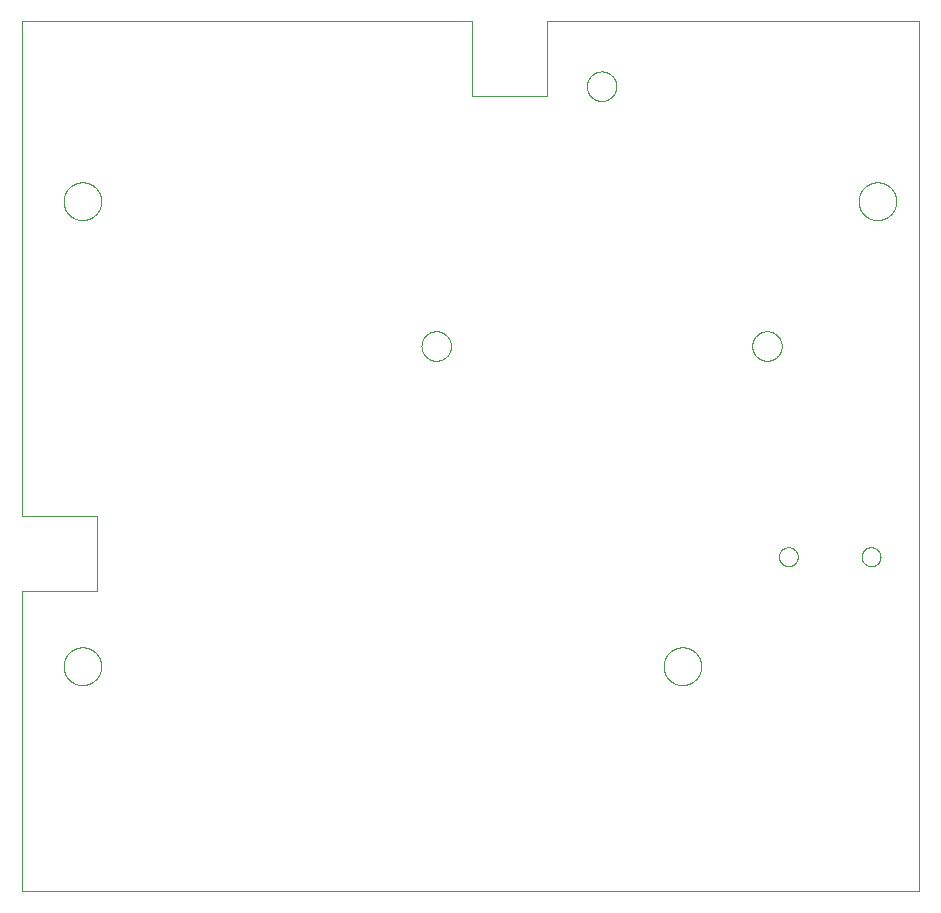
<source format=gko>
G75*
%MOIN*%
%OFA0B0*%
%FSLAX25Y25*%
%IPPOS*%
%LPD*%
%AMOC8*
5,1,8,0,0,1.08239X$1,22.5*
%
%ADD10C,0.00000*%
D10*
X0158838Y0094933D02*
X0158838Y0194933D01*
X0183838Y0194933D01*
X0183838Y0219933D01*
X0158838Y0219933D01*
X0158838Y0384933D01*
X0308838Y0384933D01*
X0308838Y0359933D01*
X0333838Y0359933D01*
X0333838Y0384933D01*
X0457538Y0384933D01*
X0457538Y0094933D01*
X0158838Y0094933D01*
X0172539Y0169933D02*
X0172541Y0170091D01*
X0172547Y0170249D01*
X0172557Y0170407D01*
X0172571Y0170565D01*
X0172589Y0170722D01*
X0172610Y0170879D01*
X0172636Y0171035D01*
X0172666Y0171191D01*
X0172699Y0171346D01*
X0172737Y0171499D01*
X0172778Y0171652D01*
X0172823Y0171804D01*
X0172872Y0171955D01*
X0172925Y0172104D01*
X0172981Y0172252D01*
X0173041Y0172398D01*
X0173105Y0172543D01*
X0173173Y0172686D01*
X0173244Y0172828D01*
X0173318Y0172968D01*
X0173396Y0173105D01*
X0173478Y0173241D01*
X0173562Y0173375D01*
X0173651Y0173506D01*
X0173742Y0173635D01*
X0173837Y0173762D01*
X0173934Y0173887D01*
X0174035Y0174009D01*
X0174139Y0174128D01*
X0174246Y0174245D01*
X0174356Y0174359D01*
X0174469Y0174470D01*
X0174584Y0174579D01*
X0174702Y0174684D01*
X0174823Y0174786D01*
X0174946Y0174886D01*
X0175072Y0174982D01*
X0175200Y0175075D01*
X0175330Y0175165D01*
X0175463Y0175251D01*
X0175598Y0175335D01*
X0175734Y0175414D01*
X0175873Y0175491D01*
X0176014Y0175563D01*
X0176156Y0175633D01*
X0176300Y0175698D01*
X0176446Y0175760D01*
X0176593Y0175818D01*
X0176742Y0175873D01*
X0176892Y0175924D01*
X0177043Y0175971D01*
X0177195Y0176014D01*
X0177348Y0176053D01*
X0177503Y0176089D01*
X0177658Y0176120D01*
X0177814Y0176148D01*
X0177970Y0176172D01*
X0178127Y0176192D01*
X0178285Y0176208D01*
X0178442Y0176220D01*
X0178601Y0176228D01*
X0178759Y0176232D01*
X0178917Y0176232D01*
X0179075Y0176228D01*
X0179234Y0176220D01*
X0179391Y0176208D01*
X0179549Y0176192D01*
X0179706Y0176172D01*
X0179862Y0176148D01*
X0180018Y0176120D01*
X0180173Y0176089D01*
X0180328Y0176053D01*
X0180481Y0176014D01*
X0180633Y0175971D01*
X0180784Y0175924D01*
X0180934Y0175873D01*
X0181083Y0175818D01*
X0181230Y0175760D01*
X0181376Y0175698D01*
X0181520Y0175633D01*
X0181662Y0175563D01*
X0181803Y0175491D01*
X0181942Y0175414D01*
X0182078Y0175335D01*
X0182213Y0175251D01*
X0182346Y0175165D01*
X0182476Y0175075D01*
X0182604Y0174982D01*
X0182730Y0174886D01*
X0182853Y0174786D01*
X0182974Y0174684D01*
X0183092Y0174579D01*
X0183207Y0174470D01*
X0183320Y0174359D01*
X0183430Y0174245D01*
X0183537Y0174128D01*
X0183641Y0174009D01*
X0183742Y0173887D01*
X0183839Y0173762D01*
X0183934Y0173635D01*
X0184025Y0173506D01*
X0184114Y0173375D01*
X0184198Y0173241D01*
X0184280Y0173105D01*
X0184358Y0172968D01*
X0184432Y0172828D01*
X0184503Y0172686D01*
X0184571Y0172543D01*
X0184635Y0172398D01*
X0184695Y0172252D01*
X0184751Y0172104D01*
X0184804Y0171955D01*
X0184853Y0171804D01*
X0184898Y0171652D01*
X0184939Y0171499D01*
X0184977Y0171346D01*
X0185010Y0171191D01*
X0185040Y0171035D01*
X0185066Y0170879D01*
X0185087Y0170722D01*
X0185105Y0170565D01*
X0185119Y0170407D01*
X0185129Y0170249D01*
X0185135Y0170091D01*
X0185137Y0169933D01*
X0185135Y0169775D01*
X0185129Y0169617D01*
X0185119Y0169459D01*
X0185105Y0169301D01*
X0185087Y0169144D01*
X0185066Y0168987D01*
X0185040Y0168831D01*
X0185010Y0168675D01*
X0184977Y0168520D01*
X0184939Y0168367D01*
X0184898Y0168214D01*
X0184853Y0168062D01*
X0184804Y0167911D01*
X0184751Y0167762D01*
X0184695Y0167614D01*
X0184635Y0167468D01*
X0184571Y0167323D01*
X0184503Y0167180D01*
X0184432Y0167038D01*
X0184358Y0166898D01*
X0184280Y0166761D01*
X0184198Y0166625D01*
X0184114Y0166491D01*
X0184025Y0166360D01*
X0183934Y0166231D01*
X0183839Y0166104D01*
X0183742Y0165979D01*
X0183641Y0165857D01*
X0183537Y0165738D01*
X0183430Y0165621D01*
X0183320Y0165507D01*
X0183207Y0165396D01*
X0183092Y0165287D01*
X0182974Y0165182D01*
X0182853Y0165080D01*
X0182730Y0164980D01*
X0182604Y0164884D01*
X0182476Y0164791D01*
X0182346Y0164701D01*
X0182213Y0164615D01*
X0182078Y0164531D01*
X0181942Y0164452D01*
X0181803Y0164375D01*
X0181662Y0164303D01*
X0181520Y0164233D01*
X0181376Y0164168D01*
X0181230Y0164106D01*
X0181083Y0164048D01*
X0180934Y0163993D01*
X0180784Y0163942D01*
X0180633Y0163895D01*
X0180481Y0163852D01*
X0180328Y0163813D01*
X0180173Y0163777D01*
X0180018Y0163746D01*
X0179862Y0163718D01*
X0179706Y0163694D01*
X0179549Y0163674D01*
X0179391Y0163658D01*
X0179234Y0163646D01*
X0179075Y0163638D01*
X0178917Y0163634D01*
X0178759Y0163634D01*
X0178601Y0163638D01*
X0178442Y0163646D01*
X0178285Y0163658D01*
X0178127Y0163674D01*
X0177970Y0163694D01*
X0177814Y0163718D01*
X0177658Y0163746D01*
X0177503Y0163777D01*
X0177348Y0163813D01*
X0177195Y0163852D01*
X0177043Y0163895D01*
X0176892Y0163942D01*
X0176742Y0163993D01*
X0176593Y0164048D01*
X0176446Y0164106D01*
X0176300Y0164168D01*
X0176156Y0164233D01*
X0176014Y0164303D01*
X0175873Y0164375D01*
X0175734Y0164452D01*
X0175598Y0164531D01*
X0175463Y0164615D01*
X0175330Y0164701D01*
X0175200Y0164791D01*
X0175072Y0164884D01*
X0174946Y0164980D01*
X0174823Y0165080D01*
X0174702Y0165182D01*
X0174584Y0165287D01*
X0174469Y0165396D01*
X0174356Y0165507D01*
X0174246Y0165621D01*
X0174139Y0165738D01*
X0174035Y0165857D01*
X0173934Y0165979D01*
X0173837Y0166104D01*
X0173742Y0166231D01*
X0173651Y0166360D01*
X0173562Y0166491D01*
X0173478Y0166625D01*
X0173396Y0166761D01*
X0173318Y0166898D01*
X0173244Y0167038D01*
X0173173Y0167180D01*
X0173105Y0167323D01*
X0173041Y0167468D01*
X0172981Y0167614D01*
X0172925Y0167762D01*
X0172872Y0167911D01*
X0172823Y0168062D01*
X0172778Y0168214D01*
X0172737Y0168367D01*
X0172699Y0168520D01*
X0172666Y0168675D01*
X0172636Y0168831D01*
X0172610Y0168987D01*
X0172589Y0169144D01*
X0172571Y0169301D01*
X0172557Y0169459D01*
X0172547Y0169617D01*
X0172541Y0169775D01*
X0172539Y0169933D01*
X0291861Y0276661D02*
X0291863Y0276801D01*
X0291869Y0276941D01*
X0291879Y0277080D01*
X0291893Y0277219D01*
X0291911Y0277358D01*
X0291932Y0277496D01*
X0291958Y0277634D01*
X0291988Y0277771D01*
X0292021Y0277906D01*
X0292059Y0278041D01*
X0292100Y0278175D01*
X0292145Y0278308D01*
X0292193Y0278439D01*
X0292246Y0278568D01*
X0292302Y0278697D01*
X0292361Y0278823D01*
X0292425Y0278948D01*
X0292491Y0279071D01*
X0292562Y0279192D01*
X0292635Y0279311D01*
X0292712Y0279428D01*
X0292793Y0279542D01*
X0292876Y0279654D01*
X0292963Y0279764D01*
X0293053Y0279872D01*
X0293145Y0279976D01*
X0293241Y0280078D01*
X0293340Y0280178D01*
X0293441Y0280274D01*
X0293545Y0280368D01*
X0293652Y0280458D01*
X0293761Y0280545D01*
X0293873Y0280630D01*
X0293987Y0280711D01*
X0294103Y0280789D01*
X0294221Y0280863D01*
X0294342Y0280934D01*
X0294464Y0281002D01*
X0294589Y0281066D01*
X0294715Y0281127D01*
X0294842Y0281184D01*
X0294972Y0281237D01*
X0295103Y0281287D01*
X0295235Y0281332D01*
X0295368Y0281375D01*
X0295503Y0281413D01*
X0295638Y0281447D01*
X0295775Y0281478D01*
X0295912Y0281505D01*
X0296050Y0281527D01*
X0296189Y0281546D01*
X0296328Y0281561D01*
X0296467Y0281572D01*
X0296607Y0281579D01*
X0296747Y0281582D01*
X0296887Y0281581D01*
X0297027Y0281576D01*
X0297166Y0281567D01*
X0297306Y0281554D01*
X0297445Y0281537D01*
X0297583Y0281516D01*
X0297721Y0281492D01*
X0297858Y0281463D01*
X0297994Y0281431D01*
X0298129Y0281394D01*
X0298263Y0281354D01*
X0298396Y0281310D01*
X0298527Y0281262D01*
X0298657Y0281211D01*
X0298786Y0281156D01*
X0298913Y0281097D01*
X0299038Y0281034D01*
X0299161Y0280969D01*
X0299283Y0280899D01*
X0299402Y0280826D01*
X0299520Y0280750D01*
X0299635Y0280671D01*
X0299748Y0280588D01*
X0299858Y0280502D01*
X0299966Y0280413D01*
X0300071Y0280321D01*
X0300174Y0280226D01*
X0300274Y0280128D01*
X0300371Y0280028D01*
X0300465Y0279924D01*
X0300557Y0279818D01*
X0300645Y0279710D01*
X0300730Y0279599D01*
X0300812Y0279485D01*
X0300891Y0279369D01*
X0300966Y0279252D01*
X0301038Y0279132D01*
X0301106Y0279010D01*
X0301171Y0278886D01*
X0301233Y0278760D01*
X0301291Y0278633D01*
X0301345Y0278504D01*
X0301396Y0278373D01*
X0301442Y0278241D01*
X0301485Y0278108D01*
X0301525Y0277974D01*
X0301560Y0277839D01*
X0301592Y0277702D01*
X0301619Y0277565D01*
X0301643Y0277427D01*
X0301663Y0277289D01*
X0301679Y0277150D01*
X0301691Y0277010D01*
X0301699Y0276871D01*
X0301703Y0276731D01*
X0301703Y0276591D01*
X0301699Y0276451D01*
X0301691Y0276312D01*
X0301679Y0276172D01*
X0301663Y0276033D01*
X0301643Y0275895D01*
X0301619Y0275757D01*
X0301592Y0275620D01*
X0301560Y0275483D01*
X0301525Y0275348D01*
X0301485Y0275214D01*
X0301442Y0275081D01*
X0301396Y0274949D01*
X0301345Y0274818D01*
X0301291Y0274689D01*
X0301233Y0274562D01*
X0301171Y0274436D01*
X0301106Y0274312D01*
X0301038Y0274190D01*
X0300966Y0274070D01*
X0300891Y0273953D01*
X0300812Y0273837D01*
X0300730Y0273723D01*
X0300645Y0273612D01*
X0300557Y0273504D01*
X0300465Y0273398D01*
X0300371Y0273294D01*
X0300274Y0273194D01*
X0300174Y0273096D01*
X0300071Y0273001D01*
X0299966Y0272909D01*
X0299858Y0272820D01*
X0299748Y0272734D01*
X0299635Y0272651D01*
X0299520Y0272572D01*
X0299402Y0272496D01*
X0299283Y0272423D01*
X0299161Y0272353D01*
X0299038Y0272288D01*
X0298913Y0272225D01*
X0298786Y0272166D01*
X0298657Y0272111D01*
X0298527Y0272060D01*
X0298396Y0272012D01*
X0298263Y0271968D01*
X0298129Y0271928D01*
X0297994Y0271891D01*
X0297858Y0271859D01*
X0297721Y0271830D01*
X0297583Y0271806D01*
X0297445Y0271785D01*
X0297306Y0271768D01*
X0297166Y0271755D01*
X0297027Y0271746D01*
X0296887Y0271741D01*
X0296747Y0271740D01*
X0296607Y0271743D01*
X0296467Y0271750D01*
X0296328Y0271761D01*
X0296189Y0271776D01*
X0296050Y0271795D01*
X0295912Y0271817D01*
X0295775Y0271844D01*
X0295638Y0271875D01*
X0295503Y0271909D01*
X0295368Y0271947D01*
X0295235Y0271990D01*
X0295103Y0272035D01*
X0294972Y0272085D01*
X0294842Y0272138D01*
X0294715Y0272195D01*
X0294589Y0272256D01*
X0294464Y0272320D01*
X0294342Y0272388D01*
X0294221Y0272459D01*
X0294103Y0272533D01*
X0293987Y0272611D01*
X0293873Y0272692D01*
X0293761Y0272777D01*
X0293652Y0272864D01*
X0293545Y0272954D01*
X0293441Y0273048D01*
X0293340Y0273144D01*
X0293241Y0273244D01*
X0293145Y0273346D01*
X0293053Y0273450D01*
X0292963Y0273558D01*
X0292876Y0273668D01*
X0292793Y0273780D01*
X0292712Y0273894D01*
X0292635Y0274011D01*
X0292562Y0274130D01*
X0292491Y0274251D01*
X0292425Y0274374D01*
X0292361Y0274499D01*
X0292302Y0274625D01*
X0292246Y0274754D01*
X0292193Y0274883D01*
X0292145Y0275014D01*
X0292100Y0275147D01*
X0292059Y0275281D01*
X0292021Y0275416D01*
X0291988Y0275551D01*
X0291958Y0275688D01*
X0291932Y0275826D01*
X0291911Y0275964D01*
X0291893Y0276103D01*
X0291879Y0276242D01*
X0291869Y0276381D01*
X0291863Y0276521D01*
X0291861Y0276661D01*
X0346980Y0363276D02*
X0346982Y0363416D01*
X0346988Y0363556D01*
X0346998Y0363695D01*
X0347012Y0363834D01*
X0347030Y0363973D01*
X0347051Y0364111D01*
X0347077Y0364249D01*
X0347107Y0364386D01*
X0347140Y0364521D01*
X0347178Y0364656D01*
X0347219Y0364790D01*
X0347264Y0364923D01*
X0347312Y0365054D01*
X0347365Y0365183D01*
X0347421Y0365312D01*
X0347480Y0365438D01*
X0347544Y0365563D01*
X0347610Y0365686D01*
X0347681Y0365807D01*
X0347754Y0365926D01*
X0347831Y0366043D01*
X0347912Y0366157D01*
X0347995Y0366269D01*
X0348082Y0366379D01*
X0348172Y0366487D01*
X0348264Y0366591D01*
X0348360Y0366693D01*
X0348459Y0366793D01*
X0348560Y0366889D01*
X0348664Y0366983D01*
X0348771Y0367073D01*
X0348880Y0367160D01*
X0348992Y0367245D01*
X0349106Y0367326D01*
X0349222Y0367404D01*
X0349340Y0367478D01*
X0349461Y0367549D01*
X0349583Y0367617D01*
X0349708Y0367681D01*
X0349834Y0367742D01*
X0349961Y0367799D01*
X0350091Y0367852D01*
X0350222Y0367902D01*
X0350354Y0367947D01*
X0350487Y0367990D01*
X0350622Y0368028D01*
X0350757Y0368062D01*
X0350894Y0368093D01*
X0351031Y0368120D01*
X0351169Y0368142D01*
X0351308Y0368161D01*
X0351447Y0368176D01*
X0351586Y0368187D01*
X0351726Y0368194D01*
X0351866Y0368197D01*
X0352006Y0368196D01*
X0352146Y0368191D01*
X0352285Y0368182D01*
X0352425Y0368169D01*
X0352564Y0368152D01*
X0352702Y0368131D01*
X0352840Y0368107D01*
X0352977Y0368078D01*
X0353113Y0368046D01*
X0353248Y0368009D01*
X0353382Y0367969D01*
X0353515Y0367925D01*
X0353646Y0367877D01*
X0353776Y0367826D01*
X0353905Y0367771D01*
X0354032Y0367712D01*
X0354157Y0367649D01*
X0354280Y0367584D01*
X0354402Y0367514D01*
X0354521Y0367441D01*
X0354639Y0367365D01*
X0354754Y0367286D01*
X0354867Y0367203D01*
X0354977Y0367117D01*
X0355085Y0367028D01*
X0355190Y0366936D01*
X0355293Y0366841D01*
X0355393Y0366743D01*
X0355490Y0366643D01*
X0355584Y0366539D01*
X0355676Y0366433D01*
X0355764Y0366325D01*
X0355849Y0366214D01*
X0355931Y0366100D01*
X0356010Y0365984D01*
X0356085Y0365867D01*
X0356157Y0365747D01*
X0356225Y0365625D01*
X0356290Y0365501D01*
X0356352Y0365375D01*
X0356410Y0365248D01*
X0356464Y0365119D01*
X0356515Y0364988D01*
X0356561Y0364856D01*
X0356604Y0364723D01*
X0356644Y0364589D01*
X0356679Y0364454D01*
X0356711Y0364317D01*
X0356738Y0364180D01*
X0356762Y0364042D01*
X0356782Y0363904D01*
X0356798Y0363765D01*
X0356810Y0363625D01*
X0356818Y0363486D01*
X0356822Y0363346D01*
X0356822Y0363206D01*
X0356818Y0363066D01*
X0356810Y0362927D01*
X0356798Y0362787D01*
X0356782Y0362648D01*
X0356762Y0362510D01*
X0356738Y0362372D01*
X0356711Y0362235D01*
X0356679Y0362098D01*
X0356644Y0361963D01*
X0356604Y0361829D01*
X0356561Y0361696D01*
X0356515Y0361564D01*
X0356464Y0361433D01*
X0356410Y0361304D01*
X0356352Y0361177D01*
X0356290Y0361051D01*
X0356225Y0360927D01*
X0356157Y0360805D01*
X0356085Y0360685D01*
X0356010Y0360568D01*
X0355931Y0360452D01*
X0355849Y0360338D01*
X0355764Y0360227D01*
X0355676Y0360119D01*
X0355584Y0360013D01*
X0355490Y0359909D01*
X0355393Y0359809D01*
X0355293Y0359711D01*
X0355190Y0359616D01*
X0355085Y0359524D01*
X0354977Y0359435D01*
X0354867Y0359349D01*
X0354754Y0359266D01*
X0354639Y0359187D01*
X0354521Y0359111D01*
X0354402Y0359038D01*
X0354280Y0358968D01*
X0354157Y0358903D01*
X0354032Y0358840D01*
X0353905Y0358781D01*
X0353776Y0358726D01*
X0353646Y0358675D01*
X0353515Y0358627D01*
X0353382Y0358583D01*
X0353248Y0358543D01*
X0353113Y0358506D01*
X0352977Y0358474D01*
X0352840Y0358445D01*
X0352702Y0358421D01*
X0352564Y0358400D01*
X0352425Y0358383D01*
X0352285Y0358370D01*
X0352146Y0358361D01*
X0352006Y0358356D01*
X0351866Y0358355D01*
X0351726Y0358358D01*
X0351586Y0358365D01*
X0351447Y0358376D01*
X0351308Y0358391D01*
X0351169Y0358410D01*
X0351031Y0358432D01*
X0350894Y0358459D01*
X0350757Y0358490D01*
X0350622Y0358524D01*
X0350487Y0358562D01*
X0350354Y0358605D01*
X0350222Y0358650D01*
X0350091Y0358700D01*
X0349961Y0358753D01*
X0349834Y0358810D01*
X0349708Y0358871D01*
X0349583Y0358935D01*
X0349461Y0359003D01*
X0349340Y0359074D01*
X0349222Y0359148D01*
X0349106Y0359226D01*
X0348992Y0359307D01*
X0348880Y0359392D01*
X0348771Y0359479D01*
X0348664Y0359569D01*
X0348560Y0359663D01*
X0348459Y0359759D01*
X0348360Y0359859D01*
X0348264Y0359961D01*
X0348172Y0360065D01*
X0348082Y0360173D01*
X0347995Y0360283D01*
X0347912Y0360395D01*
X0347831Y0360509D01*
X0347754Y0360626D01*
X0347681Y0360745D01*
X0347610Y0360866D01*
X0347544Y0360989D01*
X0347480Y0361114D01*
X0347421Y0361240D01*
X0347365Y0361369D01*
X0347312Y0361498D01*
X0347264Y0361629D01*
X0347219Y0361762D01*
X0347178Y0361896D01*
X0347140Y0362031D01*
X0347107Y0362166D01*
X0347077Y0362303D01*
X0347051Y0362441D01*
X0347030Y0362579D01*
X0347012Y0362718D01*
X0346998Y0362857D01*
X0346988Y0362996D01*
X0346982Y0363136D01*
X0346980Y0363276D01*
X0437539Y0324933D02*
X0437541Y0325091D01*
X0437547Y0325249D01*
X0437557Y0325407D01*
X0437571Y0325565D01*
X0437589Y0325722D01*
X0437610Y0325879D01*
X0437636Y0326035D01*
X0437666Y0326191D01*
X0437699Y0326346D01*
X0437737Y0326499D01*
X0437778Y0326652D01*
X0437823Y0326804D01*
X0437872Y0326955D01*
X0437925Y0327104D01*
X0437981Y0327252D01*
X0438041Y0327398D01*
X0438105Y0327543D01*
X0438173Y0327686D01*
X0438244Y0327828D01*
X0438318Y0327968D01*
X0438396Y0328105D01*
X0438478Y0328241D01*
X0438562Y0328375D01*
X0438651Y0328506D01*
X0438742Y0328635D01*
X0438837Y0328762D01*
X0438934Y0328887D01*
X0439035Y0329009D01*
X0439139Y0329128D01*
X0439246Y0329245D01*
X0439356Y0329359D01*
X0439469Y0329470D01*
X0439584Y0329579D01*
X0439702Y0329684D01*
X0439823Y0329786D01*
X0439946Y0329886D01*
X0440072Y0329982D01*
X0440200Y0330075D01*
X0440330Y0330165D01*
X0440463Y0330251D01*
X0440598Y0330335D01*
X0440734Y0330414D01*
X0440873Y0330491D01*
X0441014Y0330563D01*
X0441156Y0330633D01*
X0441300Y0330698D01*
X0441446Y0330760D01*
X0441593Y0330818D01*
X0441742Y0330873D01*
X0441892Y0330924D01*
X0442043Y0330971D01*
X0442195Y0331014D01*
X0442348Y0331053D01*
X0442503Y0331089D01*
X0442658Y0331120D01*
X0442814Y0331148D01*
X0442970Y0331172D01*
X0443127Y0331192D01*
X0443285Y0331208D01*
X0443442Y0331220D01*
X0443601Y0331228D01*
X0443759Y0331232D01*
X0443917Y0331232D01*
X0444075Y0331228D01*
X0444234Y0331220D01*
X0444391Y0331208D01*
X0444549Y0331192D01*
X0444706Y0331172D01*
X0444862Y0331148D01*
X0445018Y0331120D01*
X0445173Y0331089D01*
X0445328Y0331053D01*
X0445481Y0331014D01*
X0445633Y0330971D01*
X0445784Y0330924D01*
X0445934Y0330873D01*
X0446083Y0330818D01*
X0446230Y0330760D01*
X0446376Y0330698D01*
X0446520Y0330633D01*
X0446662Y0330563D01*
X0446803Y0330491D01*
X0446942Y0330414D01*
X0447078Y0330335D01*
X0447213Y0330251D01*
X0447346Y0330165D01*
X0447476Y0330075D01*
X0447604Y0329982D01*
X0447730Y0329886D01*
X0447853Y0329786D01*
X0447974Y0329684D01*
X0448092Y0329579D01*
X0448207Y0329470D01*
X0448320Y0329359D01*
X0448430Y0329245D01*
X0448537Y0329128D01*
X0448641Y0329009D01*
X0448742Y0328887D01*
X0448839Y0328762D01*
X0448934Y0328635D01*
X0449025Y0328506D01*
X0449114Y0328375D01*
X0449198Y0328241D01*
X0449280Y0328105D01*
X0449358Y0327968D01*
X0449432Y0327828D01*
X0449503Y0327686D01*
X0449571Y0327543D01*
X0449635Y0327398D01*
X0449695Y0327252D01*
X0449751Y0327104D01*
X0449804Y0326955D01*
X0449853Y0326804D01*
X0449898Y0326652D01*
X0449939Y0326499D01*
X0449977Y0326346D01*
X0450010Y0326191D01*
X0450040Y0326035D01*
X0450066Y0325879D01*
X0450087Y0325722D01*
X0450105Y0325565D01*
X0450119Y0325407D01*
X0450129Y0325249D01*
X0450135Y0325091D01*
X0450137Y0324933D01*
X0450135Y0324775D01*
X0450129Y0324617D01*
X0450119Y0324459D01*
X0450105Y0324301D01*
X0450087Y0324144D01*
X0450066Y0323987D01*
X0450040Y0323831D01*
X0450010Y0323675D01*
X0449977Y0323520D01*
X0449939Y0323367D01*
X0449898Y0323214D01*
X0449853Y0323062D01*
X0449804Y0322911D01*
X0449751Y0322762D01*
X0449695Y0322614D01*
X0449635Y0322468D01*
X0449571Y0322323D01*
X0449503Y0322180D01*
X0449432Y0322038D01*
X0449358Y0321898D01*
X0449280Y0321761D01*
X0449198Y0321625D01*
X0449114Y0321491D01*
X0449025Y0321360D01*
X0448934Y0321231D01*
X0448839Y0321104D01*
X0448742Y0320979D01*
X0448641Y0320857D01*
X0448537Y0320738D01*
X0448430Y0320621D01*
X0448320Y0320507D01*
X0448207Y0320396D01*
X0448092Y0320287D01*
X0447974Y0320182D01*
X0447853Y0320080D01*
X0447730Y0319980D01*
X0447604Y0319884D01*
X0447476Y0319791D01*
X0447346Y0319701D01*
X0447213Y0319615D01*
X0447078Y0319531D01*
X0446942Y0319452D01*
X0446803Y0319375D01*
X0446662Y0319303D01*
X0446520Y0319233D01*
X0446376Y0319168D01*
X0446230Y0319106D01*
X0446083Y0319048D01*
X0445934Y0318993D01*
X0445784Y0318942D01*
X0445633Y0318895D01*
X0445481Y0318852D01*
X0445328Y0318813D01*
X0445173Y0318777D01*
X0445018Y0318746D01*
X0444862Y0318718D01*
X0444706Y0318694D01*
X0444549Y0318674D01*
X0444391Y0318658D01*
X0444234Y0318646D01*
X0444075Y0318638D01*
X0443917Y0318634D01*
X0443759Y0318634D01*
X0443601Y0318638D01*
X0443442Y0318646D01*
X0443285Y0318658D01*
X0443127Y0318674D01*
X0442970Y0318694D01*
X0442814Y0318718D01*
X0442658Y0318746D01*
X0442503Y0318777D01*
X0442348Y0318813D01*
X0442195Y0318852D01*
X0442043Y0318895D01*
X0441892Y0318942D01*
X0441742Y0318993D01*
X0441593Y0319048D01*
X0441446Y0319106D01*
X0441300Y0319168D01*
X0441156Y0319233D01*
X0441014Y0319303D01*
X0440873Y0319375D01*
X0440734Y0319452D01*
X0440598Y0319531D01*
X0440463Y0319615D01*
X0440330Y0319701D01*
X0440200Y0319791D01*
X0440072Y0319884D01*
X0439946Y0319980D01*
X0439823Y0320080D01*
X0439702Y0320182D01*
X0439584Y0320287D01*
X0439469Y0320396D01*
X0439356Y0320507D01*
X0439246Y0320621D01*
X0439139Y0320738D01*
X0439035Y0320857D01*
X0438934Y0320979D01*
X0438837Y0321104D01*
X0438742Y0321231D01*
X0438651Y0321360D01*
X0438562Y0321491D01*
X0438478Y0321625D01*
X0438396Y0321761D01*
X0438318Y0321898D01*
X0438244Y0322038D01*
X0438173Y0322180D01*
X0438105Y0322323D01*
X0438041Y0322468D01*
X0437981Y0322614D01*
X0437925Y0322762D01*
X0437872Y0322911D01*
X0437823Y0323062D01*
X0437778Y0323214D01*
X0437737Y0323367D01*
X0437699Y0323520D01*
X0437666Y0323675D01*
X0437636Y0323831D01*
X0437610Y0323987D01*
X0437589Y0324144D01*
X0437571Y0324301D01*
X0437557Y0324459D01*
X0437547Y0324617D01*
X0437541Y0324775D01*
X0437539Y0324933D01*
X0402098Y0276661D02*
X0402100Y0276801D01*
X0402106Y0276941D01*
X0402116Y0277080D01*
X0402130Y0277219D01*
X0402148Y0277358D01*
X0402169Y0277496D01*
X0402195Y0277634D01*
X0402225Y0277771D01*
X0402258Y0277906D01*
X0402296Y0278041D01*
X0402337Y0278175D01*
X0402382Y0278308D01*
X0402430Y0278439D01*
X0402483Y0278568D01*
X0402539Y0278697D01*
X0402598Y0278823D01*
X0402662Y0278948D01*
X0402728Y0279071D01*
X0402799Y0279192D01*
X0402872Y0279311D01*
X0402949Y0279428D01*
X0403030Y0279542D01*
X0403113Y0279654D01*
X0403200Y0279764D01*
X0403290Y0279872D01*
X0403382Y0279976D01*
X0403478Y0280078D01*
X0403577Y0280178D01*
X0403678Y0280274D01*
X0403782Y0280368D01*
X0403889Y0280458D01*
X0403998Y0280545D01*
X0404110Y0280630D01*
X0404224Y0280711D01*
X0404340Y0280789D01*
X0404458Y0280863D01*
X0404579Y0280934D01*
X0404701Y0281002D01*
X0404826Y0281066D01*
X0404952Y0281127D01*
X0405079Y0281184D01*
X0405209Y0281237D01*
X0405340Y0281287D01*
X0405472Y0281332D01*
X0405605Y0281375D01*
X0405740Y0281413D01*
X0405875Y0281447D01*
X0406012Y0281478D01*
X0406149Y0281505D01*
X0406287Y0281527D01*
X0406426Y0281546D01*
X0406565Y0281561D01*
X0406704Y0281572D01*
X0406844Y0281579D01*
X0406984Y0281582D01*
X0407124Y0281581D01*
X0407264Y0281576D01*
X0407403Y0281567D01*
X0407543Y0281554D01*
X0407682Y0281537D01*
X0407820Y0281516D01*
X0407958Y0281492D01*
X0408095Y0281463D01*
X0408231Y0281431D01*
X0408366Y0281394D01*
X0408500Y0281354D01*
X0408633Y0281310D01*
X0408764Y0281262D01*
X0408894Y0281211D01*
X0409023Y0281156D01*
X0409150Y0281097D01*
X0409275Y0281034D01*
X0409398Y0280969D01*
X0409520Y0280899D01*
X0409639Y0280826D01*
X0409757Y0280750D01*
X0409872Y0280671D01*
X0409985Y0280588D01*
X0410095Y0280502D01*
X0410203Y0280413D01*
X0410308Y0280321D01*
X0410411Y0280226D01*
X0410511Y0280128D01*
X0410608Y0280028D01*
X0410702Y0279924D01*
X0410794Y0279818D01*
X0410882Y0279710D01*
X0410967Y0279599D01*
X0411049Y0279485D01*
X0411128Y0279369D01*
X0411203Y0279252D01*
X0411275Y0279132D01*
X0411343Y0279010D01*
X0411408Y0278886D01*
X0411470Y0278760D01*
X0411528Y0278633D01*
X0411582Y0278504D01*
X0411633Y0278373D01*
X0411679Y0278241D01*
X0411722Y0278108D01*
X0411762Y0277974D01*
X0411797Y0277839D01*
X0411829Y0277702D01*
X0411856Y0277565D01*
X0411880Y0277427D01*
X0411900Y0277289D01*
X0411916Y0277150D01*
X0411928Y0277010D01*
X0411936Y0276871D01*
X0411940Y0276731D01*
X0411940Y0276591D01*
X0411936Y0276451D01*
X0411928Y0276312D01*
X0411916Y0276172D01*
X0411900Y0276033D01*
X0411880Y0275895D01*
X0411856Y0275757D01*
X0411829Y0275620D01*
X0411797Y0275483D01*
X0411762Y0275348D01*
X0411722Y0275214D01*
X0411679Y0275081D01*
X0411633Y0274949D01*
X0411582Y0274818D01*
X0411528Y0274689D01*
X0411470Y0274562D01*
X0411408Y0274436D01*
X0411343Y0274312D01*
X0411275Y0274190D01*
X0411203Y0274070D01*
X0411128Y0273953D01*
X0411049Y0273837D01*
X0410967Y0273723D01*
X0410882Y0273612D01*
X0410794Y0273504D01*
X0410702Y0273398D01*
X0410608Y0273294D01*
X0410511Y0273194D01*
X0410411Y0273096D01*
X0410308Y0273001D01*
X0410203Y0272909D01*
X0410095Y0272820D01*
X0409985Y0272734D01*
X0409872Y0272651D01*
X0409757Y0272572D01*
X0409639Y0272496D01*
X0409520Y0272423D01*
X0409398Y0272353D01*
X0409275Y0272288D01*
X0409150Y0272225D01*
X0409023Y0272166D01*
X0408894Y0272111D01*
X0408764Y0272060D01*
X0408633Y0272012D01*
X0408500Y0271968D01*
X0408366Y0271928D01*
X0408231Y0271891D01*
X0408095Y0271859D01*
X0407958Y0271830D01*
X0407820Y0271806D01*
X0407682Y0271785D01*
X0407543Y0271768D01*
X0407403Y0271755D01*
X0407264Y0271746D01*
X0407124Y0271741D01*
X0406984Y0271740D01*
X0406844Y0271743D01*
X0406704Y0271750D01*
X0406565Y0271761D01*
X0406426Y0271776D01*
X0406287Y0271795D01*
X0406149Y0271817D01*
X0406012Y0271844D01*
X0405875Y0271875D01*
X0405740Y0271909D01*
X0405605Y0271947D01*
X0405472Y0271990D01*
X0405340Y0272035D01*
X0405209Y0272085D01*
X0405079Y0272138D01*
X0404952Y0272195D01*
X0404826Y0272256D01*
X0404701Y0272320D01*
X0404579Y0272388D01*
X0404458Y0272459D01*
X0404340Y0272533D01*
X0404224Y0272611D01*
X0404110Y0272692D01*
X0403998Y0272777D01*
X0403889Y0272864D01*
X0403782Y0272954D01*
X0403678Y0273048D01*
X0403577Y0273144D01*
X0403478Y0273244D01*
X0403382Y0273346D01*
X0403290Y0273450D01*
X0403200Y0273558D01*
X0403113Y0273668D01*
X0403030Y0273780D01*
X0402949Y0273894D01*
X0402872Y0274011D01*
X0402799Y0274130D01*
X0402728Y0274251D01*
X0402662Y0274374D01*
X0402598Y0274499D01*
X0402539Y0274625D01*
X0402483Y0274754D01*
X0402430Y0274883D01*
X0402382Y0275014D01*
X0402337Y0275147D01*
X0402296Y0275281D01*
X0402258Y0275416D01*
X0402225Y0275551D01*
X0402195Y0275688D01*
X0402169Y0275826D01*
X0402148Y0275964D01*
X0402130Y0276103D01*
X0402116Y0276242D01*
X0402106Y0276381D01*
X0402100Y0276521D01*
X0402098Y0276661D01*
X0411010Y0206433D02*
X0411012Y0206545D01*
X0411018Y0206656D01*
X0411028Y0206768D01*
X0411042Y0206879D01*
X0411059Y0206989D01*
X0411081Y0207099D01*
X0411107Y0207208D01*
X0411136Y0207316D01*
X0411169Y0207422D01*
X0411206Y0207528D01*
X0411247Y0207632D01*
X0411292Y0207735D01*
X0411340Y0207836D01*
X0411391Y0207935D01*
X0411446Y0208032D01*
X0411505Y0208127D01*
X0411566Y0208221D01*
X0411631Y0208312D01*
X0411700Y0208400D01*
X0411771Y0208486D01*
X0411845Y0208570D01*
X0411923Y0208650D01*
X0412003Y0208728D01*
X0412086Y0208804D01*
X0412171Y0208876D01*
X0412259Y0208945D01*
X0412349Y0209011D01*
X0412442Y0209073D01*
X0412537Y0209133D01*
X0412634Y0209189D01*
X0412732Y0209241D01*
X0412833Y0209290D01*
X0412935Y0209335D01*
X0413039Y0209377D01*
X0413144Y0209415D01*
X0413251Y0209449D01*
X0413358Y0209479D01*
X0413467Y0209506D01*
X0413576Y0209528D01*
X0413687Y0209547D01*
X0413797Y0209562D01*
X0413909Y0209573D01*
X0414020Y0209580D01*
X0414132Y0209583D01*
X0414244Y0209582D01*
X0414356Y0209577D01*
X0414467Y0209568D01*
X0414578Y0209555D01*
X0414689Y0209538D01*
X0414799Y0209518D01*
X0414908Y0209493D01*
X0415016Y0209465D01*
X0415123Y0209432D01*
X0415229Y0209396D01*
X0415333Y0209356D01*
X0415436Y0209313D01*
X0415538Y0209266D01*
X0415637Y0209215D01*
X0415735Y0209161D01*
X0415831Y0209103D01*
X0415925Y0209042D01*
X0416016Y0208978D01*
X0416105Y0208911D01*
X0416192Y0208840D01*
X0416276Y0208766D01*
X0416358Y0208690D01*
X0416436Y0208610D01*
X0416512Y0208528D01*
X0416585Y0208443D01*
X0416655Y0208356D01*
X0416721Y0208266D01*
X0416785Y0208174D01*
X0416845Y0208080D01*
X0416902Y0207984D01*
X0416955Y0207885D01*
X0417005Y0207785D01*
X0417051Y0207684D01*
X0417094Y0207580D01*
X0417133Y0207475D01*
X0417168Y0207369D01*
X0417199Y0207262D01*
X0417227Y0207153D01*
X0417250Y0207044D01*
X0417270Y0206934D01*
X0417286Y0206823D01*
X0417298Y0206712D01*
X0417306Y0206601D01*
X0417310Y0206489D01*
X0417310Y0206377D01*
X0417306Y0206265D01*
X0417298Y0206154D01*
X0417286Y0206043D01*
X0417270Y0205932D01*
X0417250Y0205822D01*
X0417227Y0205713D01*
X0417199Y0205604D01*
X0417168Y0205497D01*
X0417133Y0205391D01*
X0417094Y0205286D01*
X0417051Y0205182D01*
X0417005Y0205081D01*
X0416955Y0204981D01*
X0416902Y0204882D01*
X0416845Y0204786D01*
X0416785Y0204692D01*
X0416721Y0204600D01*
X0416655Y0204510D01*
X0416585Y0204423D01*
X0416512Y0204338D01*
X0416436Y0204256D01*
X0416358Y0204176D01*
X0416276Y0204100D01*
X0416192Y0204026D01*
X0416105Y0203955D01*
X0416016Y0203888D01*
X0415925Y0203824D01*
X0415831Y0203763D01*
X0415735Y0203705D01*
X0415637Y0203651D01*
X0415538Y0203600D01*
X0415436Y0203553D01*
X0415333Y0203510D01*
X0415229Y0203470D01*
X0415123Y0203434D01*
X0415016Y0203401D01*
X0414908Y0203373D01*
X0414799Y0203348D01*
X0414689Y0203328D01*
X0414578Y0203311D01*
X0414467Y0203298D01*
X0414356Y0203289D01*
X0414244Y0203284D01*
X0414132Y0203283D01*
X0414020Y0203286D01*
X0413909Y0203293D01*
X0413797Y0203304D01*
X0413687Y0203319D01*
X0413576Y0203338D01*
X0413467Y0203360D01*
X0413358Y0203387D01*
X0413251Y0203417D01*
X0413144Y0203451D01*
X0413039Y0203489D01*
X0412935Y0203531D01*
X0412833Y0203576D01*
X0412732Y0203625D01*
X0412634Y0203677D01*
X0412537Y0203733D01*
X0412442Y0203793D01*
X0412349Y0203855D01*
X0412259Y0203921D01*
X0412171Y0203990D01*
X0412086Y0204062D01*
X0412003Y0204138D01*
X0411923Y0204216D01*
X0411845Y0204296D01*
X0411771Y0204380D01*
X0411700Y0204466D01*
X0411631Y0204554D01*
X0411566Y0204645D01*
X0411505Y0204739D01*
X0411446Y0204834D01*
X0411391Y0204931D01*
X0411340Y0205030D01*
X0411292Y0205131D01*
X0411247Y0205234D01*
X0411206Y0205338D01*
X0411169Y0205444D01*
X0411136Y0205550D01*
X0411107Y0205658D01*
X0411081Y0205767D01*
X0411059Y0205877D01*
X0411042Y0205987D01*
X0411028Y0206098D01*
X0411018Y0206210D01*
X0411012Y0206321D01*
X0411010Y0206433D01*
X0438569Y0206433D02*
X0438571Y0206545D01*
X0438577Y0206656D01*
X0438587Y0206768D01*
X0438601Y0206879D01*
X0438618Y0206989D01*
X0438640Y0207099D01*
X0438666Y0207208D01*
X0438695Y0207316D01*
X0438728Y0207422D01*
X0438765Y0207528D01*
X0438806Y0207632D01*
X0438851Y0207735D01*
X0438899Y0207836D01*
X0438950Y0207935D01*
X0439005Y0208032D01*
X0439064Y0208127D01*
X0439125Y0208221D01*
X0439190Y0208312D01*
X0439259Y0208400D01*
X0439330Y0208486D01*
X0439404Y0208570D01*
X0439482Y0208650D01*
X0439562Y0208728D01*
X0439645Y0208804D01*
X0439730Y0208876D01*
X0439818Y0208945D01*
X0439908Y0209011D01*
X0440001Y0209073D01*
X0440096Y0209133D01*
X0440193Y0209189D01*
X0440291Y0209241D01*
X0440392Y0209290D01*
X0440494Y0209335D01*
X0440598Y0209377D01*
X0440703Y0209415D01*
X0440810Y0209449D01*
X0440917Y0209479D01*
X0441026Y0209506D01*
X0441135Y0209528D01*
X0441246Y0209547D01*
X0441356Y0209562D01*
X0441468Y0209573D01*
X0441579Y0209580D01*
X0441691Y0209583D01*
X0441803Y0209582D01*
X0441915Y0209577D01*
X0442026Y0209568D01*
X0442137Y0209555D01*
X0442248Y0209538D01*
X0442358Y0209518D01*
X0442467Y0209493D01*
X0442575Y0209465D01*
X0442682Y0209432D01*
X0442788Y0209396D01*
X0442892Y0209356D01*
X0442995Y0209313D01*
X0443097Y0209266D01*
X0443196Y0209215D01*
X0443294Y0209161D01*
X0443390Y0209103D01*
X0443484Y0209042D01*
X0443575Y0208978D01*
X0443664Y0208911D01*
X0443751Y0208840D01*
X0443835Y0208766D01*
X0443917Y0208690D01*
X0443995Y0208610D01*
X0444071Y0208528D01*
X0444144Y0208443D01*
X0444214Y0208356D01*
X0444280Y0208266D01*
X0444344Y0208174D01*
X0444404Y0208080D01*
X0444461Y0207984D01*
X0444514Y0207885D01*
X0444564Y0207785D01*
X0444610Y0207684D01*
X0444653Y0207580D01*
X0444692Y0207475D01*
X0444727Y0207369D01*
X0444758Y0207262D01*
X0444786Y0207153D01*
X0444809Y0207044D01*
X0444829Y0206934D01*
X0444845Y0206823D01*
X0444857Y0206712D01*
X0444865Y0206601D01*
X0444869Y0206489D01*
X0444869Y0206377D01*
X0444865Y0206265D01*
X0444857Y0206154D01*
X0444845Y0206043D01*
X0444829Y0205932D01*
X0444809Y0205822D01*
X0444786Y0205713D01*
X0444758Y0205604D01*
X0444727Y0205497D01*
X0444692Y0205391D01*
X0444653Y0205286D01*
X0444610Y0205182D01*
X0444564Y0205081D01*
X0444514Y0204981D01*
X0444461Y0204882D01*
X0444404Y0204786D01*
X0444344Y0204692D01*
X0444280Y0204600D01*
X0444214Y0204510D01*
X0444144Y0204423D01*
X0444071Y0204338D01*
X0443995Y0204256D01*
X0443917Y0204176D01*
X0443835Y0204100D01*
X0443751Y0204026D01*
X0443664Y0203955D01*
X0443575Y0203888D01*
X0443484Y0203824D01*
X0443390Y0203763D01*
X0443294Y0203705D01*
X0443196Y0203651D01*
X0443097Y0203600D01*
X0442995Y0203553D01*
X0442892Y0203510D01*
X0442788Y0203470D01*
X0442682Y0203434D01*
X0442575Y0203401D01*
X0442467Y0203373D01*
X0442358Y0203348D01*
X0442248Y0203328D01*
X0442137Y0203311D01*
X0442026Y0203298D01*
X0441915Y0203289D01*
X0441803Y0203284D01*
X0441691Y0203283D01*
X0441579Y0203286D01*
X0441468Y0203293D01*
X0441356Y0203304D01*
X0441246Y0203319D01*
X0441135Y0203338D01*
X0441026Y0203360D01*
X0440917Y0203387D01*
X0440810Y0203417D01*
X0440703Y0203451D01*
X0440598Y0203489D01*
X0440494Y0203531D01*
X0440392Y0203576D01*
X0440291Y0203625D01*
X0440193Y0203677D01*
X0440096Y0203733D01*
X0440001Y0203793D01*
X0439908Y0203855D01*
X0439818Y0203921D01*
X0439730Y0203990D01*
X0439645Y0204062D01*
X0439562Y0204138D01*
X0439482Y0204216D01*
X0439404Y0204296D01*
X0439330Y0204380D01*
X0439259Y0204466D01*
X0439190Y0204554D01*
X0439125Y0204645D01*
X0439064Y0204739D01*
X0439005Y0204834D01*
X0438950Y0204931D01*
X0438899Y0205030D01*
X0438851Y0205131D01*
X0438806Y0205234D01*
X0438765Y0205338D01*
X0438728Y0205444D01*
X0438695Y0205550D01*
X0438666Y0205658D01*
X0438640Y0205767D01*
X0438618Y0205877D01*
X0438601Y0205987D01*
X0438587Y0206098D01*
X0438577Y0206210D01*
X0438571Y0206321D01*
X0438569Y0206433D01*
X0372539Y0169933D02*
X0372541Y0170091D01*
X0372547Y0170249D01*
X0372557Y0170407D01*
X0372571Y0170565D01*
X0372589Y0170722D01*
X0372610Y0170879D01*
X0372636Y0171035D01*
X0372666Y0171191D01*
X0372699Y0171346D01*
X0372737Y0171499D01*
X0372778Y0171652D01*
X0372823Y0171804D01*
X0372872Y0171955D01*
X0372925Y0172104D01*
X0372981Y0172252D01*
X0373041Y0172398D01*
X0373105Y0172543D01*
X0373173Y0172686D01*
X0373244Y0172828D01*
X0373318Y0172968D01*
X0373396Y0173105D01*
X0373478Y0173241D01*
X0373562Y0173375D01*
X0373651Y0173506D01*
X0373742Y0173635D01*
X0373837Y0173762D01*
X0373934Y0173887D01*
X0374035Y0174009D01*
X0374139Y0174128D01*
X0374246Y0174245D01*
X0374356Y0174359D01*
X0374469Y0174470D01*
X0374584Y0174579D01*
X0374702Y0174684D01*
X0374823Y0174786D01*
X0374946Y0174886D01*
X0375072Y0174982D01*
X0375200Y0175075D01*
X0375330Y0175165D01*
X0375463Y0175251D01*
X0375598Y0175335D01*
X0375734Y0175414D01*
X0375873Y0175491D01*
X0376014Y0175563D01*
X0376156Y0175633D01*
X0376300Y0175698D01*
X0376446Y0175760D01*
X0376593Y0175818D01*
X0376742Y0175873D01*
X0376892Y0175924D01*
X0377043Y0175971D01*
X0377195Y0176014D01*
X0377348Y0176053D01*
X0377503Y0176089D01*
X0377658Y0176120D01*
X0377814Y0176148D01*
X0377970Y0176172D01*
X0378127Y0176192D01*
X0378285Y0176208D01*
X0378442Y0176220D01*
X0378601Y0176228D01*
X0378759Y0176232D01*
X0378917Y0176232D01*
X0379075Y0176228D01*
X0379234Y0176220D01*
X0379391Y0176208D01*
X0379549Y0176192D01*
X0379706Y0176172D01*
X0379862Y0176148D01*
X0380018Y0176120D01*
X0380173Y0176089D01*
X0380328Y0176053D01*
X0380481Y0176014D01*
X0380633Y0175971D01*
X0380784Y0175924D01*
X0380934Y0175873D01*
X0381083Y0175818D01*
X0381230Y0175760D01*
X0381376Y0175698D01*
X0381520Y0175633D01*
X0381662Y0175563D01*
X0381803Y0175491D01*
X0381942Y0175414D01*
X0382078Y0175335D01*
X0382213Y0175251D01*
X0382346Y0175165D01*
X0382476Y0175075D01*
X0382604Y0174982D01*
X0382730Y0174886D01*
X0382853Y0174786D01*
X0382974Y0174684D01*
X0383092Y0174579D01*
X0383207Y0174470D01*
X0383320Y0174359D01*
X0383430Y0174245D01*
X0383537Y0174128D01*
X0383641Y0174009D01*
X0383742Y0173887D01*
X0383839Y0173762D01*
X0383934Y0173635D01*
X0384025Y0173506D01*
X0384114Y0173375D01*
X0384198Y0173241D01*
X0384280Y0173105D01*
X0384358Y0172968D01*
X0384432Y0172828D01*
X0384503Y0172686D01*
X0384571Y0172543D01*
X0384635Y0172398D01*
X0384695Y0172252D01*
X0384751Y0172104D01*
X0384804Y0171955D01*
X0384853Y0171804D01*
X0384898Y0171652D01*
X0384939Y0171499D01*
X0384977Y0171346D01*
X0385010Y0171191D01*
X0385040Y0171035D01*
X0385066Y0170879D01*
X0385087Y0170722D01*
X0385105Y0170565D01*
X0385119Y0170407D01*
X0385129Y0170249D01*
X0385135Y0170091D01*
X0385137Y0169933D01*
X0385135Y0169775D01*
X0385129Y0169617D01*
X0385119Y0169459D01*
X0385105Y0169301D01*
X0385087Y0169144D01*
X0385066Y0168987D01*
X0385040Y0168831D01*
X0385010Y0168675D01*
X0384977Y0168520D01*
X0384939Y0168367D01*
X0384898Y0168214D01*
X0384853Y0168062D01*
X0384804Y0167911D01*
X0384751Y0167762D01*
X0384695Y0167614D01*
X0384635Y0167468D01*
X0384571Y0167323D01*
X0384503Y0167180D01*
X0384432Y0167038D01*
X0384358Y0166898D01*
X0384280Y0166761D01*
X0384198Y0166625D01*
X0384114Y0166491D01*
X0384025Y0166360D01*
X0383934Y0166231D01*
X0383839Y0166104D01*
X0383742Y0165979D01*
X0383641Y0165857D01*
X0383537Y0165738D01*
X0383430Y0165621D01*
X0383320Y0165507D01*
X0383207Y0165396D01*
X0383092Y0165287D01*
X0382974Y0165182D01*
X0382853Y0165080D01*
X0382730Y0164980D01*
X0382604Y0164884D01*
X0382476Y0164791D01*
X0382346Y0164701D01*
X0382213Y0164615D01*
X0382078Y0164531D01*
X0381942Y0164452D01*
X0381803Y0164375D01*
X0381662Y0164303D01*
X0381520Y0164233D01*
X0381376Y0164168D01*
X0381230Y0164106D01*
X0381083Y0164048D01*
X0380934Y0163993D01*
X0380784Y0163942D01*
X0380633Y0163895D01*
X0380481Y0163852D01*
X0380328Y0163813D01*
X0380173Y0163777D01*
X0380018Y0163746D01*
X0379862Y0163718D01*
X0379706Y0163694D01*
X0379549Y0163674D01*
X0379391Y0163658D01*
X0379234Y0163646D01*
X0379075Y0163638D01*
X0378917Y0163634D01*
X0378759Y0163634D01*
X0378601Y0163638D01*
X0378442Y0163646D01*
X0378285Y0163658D01*
X0378127Y0163674D01*
X0377970Y0163694D01*
X0377814Y0163718D01*
X0377658Y0163746D01*
X0377503Y0163777D01*
X0377348Y0163813D01*
X0377195Y0163852D01*
X0377043Y0163895D01*
X0376892Y0163942D01*
X0376742Y0163993D01*
X0376593Y0164048D01*
X0376446Y0164106D01*
X0376300Y0164168D01*
X0376156Y0164233D01*
X0376014Y0164303D01*
X0375873Y0164375D01*
X0375734Y0164452D01*
X0375598Y0164531D01*
X0375463Y0164615D01*
X0375330Y0164701D01*
X0375200Y0164791D01*
X0375072Y0164884D01*
X0374946Y0164980D01*
X0374823Y0165080D01*
X0374702Y0165182D01*
X0374584Y0165287D01*
X0374469Y0165396D01*
X0374356Y0165507D01*
X0374246Y0165621D01*
X0374139Y0165738D01*
X0374035Y0165857D01*
X0373934Y0165979D01*
X0373837Y0166104D01*
X0373742Y0166231D01*
X0373651Y0166360D01*
X0373562Y0166491D01*
X0373478Y0166625D01*
X0373396Y0166761D01*
X0373318Y0166898D01*
X0373244Y0167038D01*
X0373173Y0167180D01*
X0373105Y0167323D01*
X0373041Y0167468D01*
X0372981Y0167614D01*
X0372925Y0167762D01*
X0372872Y0167911D01*
X0372823Y0168062D01*
X0372778Y0168214D01*
X0372737Y0168367D01*
X0372699Y0168520D01*
X0372666Y0168675D01*
X0372636Y0168831D01*
X0372610Y0168987D01*
X0372589Y0169144D01*
X0372571Y0169301D01*
X0372557Y0169459D01*
X0372547Y0169617D01*
X0372541Y0169775D01*
X0372539Y0169933D01*
X0172539Y0324933D02*
X0172541Y0325091D01*
X0172547Y0325249D01*
X0172557Y0325407D01*
X0172571Y0325565D01*
X0172589Y0325722D01*
X0172610Y0325879D01*
X0172636Y0326035D01*
X0172666Y0326191D01*
X0172699Y0326346D01*
X0172737Y0326499D01*
X0172778Y0326652D01*
X0172823Y0326804D01*
X0172872Y0326955D01*
X0172925Y0327104D01*
X0172981Y0327252D01*
X0173041Y0327398D01*
X0173105Y0327543D01*
X0173173Y0327686D01*
X0173244Y0327828D01*
X0173318Y0327968D01*
X0173396Y0328105D01*
X0173478Y0328241D01*
X0173562Y0328375D01*
X0173651Y0328506D01*
X0173742Y0328635D01*
X0173837Y0328762D01*
X0173934Y0328887D01*
X0174035Y0329009D01*
X0174139Y0329128D01*
X0174246Y0329245D01*
X0174356Y0329359D01*
X0174469Y0329470D01*
X0174584Y0329579D01*
X0174702Y0329684D01*
X0174823Y0329786D01*
X0174946Y0329886D01*
X0175072Y0329982D01*
X0175200Y0330075D01*
X0175330Y0330165D01*
X0175463Y0330251D01*
X0175598Y0330335D01*
X0175734Y0330414D01*
X0175873Y0330491D01*
X0176014Y0330563D01*
X0176156Y0330633D01*
X0176300Y0330698D01*
X0176446Y0330760D01*
X0176593Y0330818D01*
X0176742Y0330873D01*
X0176892Y0330924D01*
X0177043Y0330971D01*
X0177195Y0331014D01*
X0177348Y0331053D01*
X0177503Y0331089D01*
X0177658Y0331120D01*
X0177814Y0331148D01*
X0177970Y0331172D01*
X0178127Y0331192D01*
X0178285Y0331208D01*
X0178442Y0331220D01*
X0178601Y0331228D01*
X0178759Y0331232D01*
X0178917Y0331232D01*
X0179075Y0331228D01*
X0179234Y0331220D01*
X0179391Y0331208D01*
X0179549Y0331192D01*
X0179706Y0331172D01*
X0179862Y0331148D01*
X0180018Y0331120D01*
X0180173Y0331089D01*
X0180328Y0331053D01*
X0180481Y0331014D01*
X0180633Y0330971D01*
X0180784Y0330924D01*
X0180934Y0330873D01*
X0181083Y0330818D01*
X0181230Y0330760D01*
X0181376Y0330698D01*
X0181520Y0330633D01*
X0181662Y0330563D01*
X0181803Y0330491D01*
X0181942Y0330414D01*
X0182078Y0330335D01*
X0182213Y0330251D01*
X0182346Y0330165D01*
X0182476Y0330075D01*
X0182604Y0329982D01*
X0182730Y0329886D01*
X0182853Y0329786D01*
X0182974Y0329684D01*
X0183092Y0329579D01*
X0183207Y0329470D01*
X0183320Y0329359D01*
X0183430Y0329245D01*
X0183537Y0329128D01*
X0183641Y0329009D01*
X0183742Y0328887D01*
X0183839Y0328762D01*
X0183934Y0328635D01*
X0184025Y0328506D01*
X0184114Y0328375D01*
X0184198Y0328241D01*
X0184280Y0328105D01*
X0184358Y0327968D01*
X0184432Y0327828D01*
X0184503Y0327686D01*
X0184571Y0327543D01*
X0184635Y0327398D01*
X0184695Y0327252D01*
X0184751Y0327104D01*
X0184804Y0326955D01*
X0184853Y0326804D01*
X0184898Y0326652D01*
X0184939Y0326499D01*
X0184977Y0326346D01*
X0185010Y0326191D01*
X0185040Y0326035D01*
X0185066Y0325879D01*
X0185087Y0325722D01*
X0185105Y0325565D01*
X0185119Y0325407D01*
X0185129Y0325249D01*
X0185135Y0325091D01*
X0185137Y0324933D01*
X0185135Y0324775D01*
X0185129Y0324617D01*
X0185119Y0324459D01*
X0185105Y0324301D01*
X0185087Y0324144D01*
X0185066Y0323987D01*
X0185040Y0323831D01*
X0185010Y0323675D01*
X0184977Y0323520D01*
X0184939Y0323367D01*
X0184898Y0323214D01*
X0184853Y0323062D01*
X0184804Y0322911D01*
X0184751Y0322762D01*
X0184695Y0322614D01*
X0184635Y0322468D01*
X0184571Y0322323D01*
X0184503Y0322180D01*
X0184432Y0322038D01*
X0184358Y0321898D01*
X0184280Y0321761D01*
X0184198Y0321625D01*
X0184114Y0321491D01*
X0184025Y0321360D01*
X0183934Y0321231D01*
X0183839Y0321104D01*
X0183742Y0320979D01*
X0183641Y0320857D01*
X0183537Y0320738D01*
X0183430Y0320621D01*
X0183320Y0320507D01*
X0183207Y0320396D01*
X0183092Y0320287D01*
X0182974Y0320182D01*
X0182853Y0320080D01*
X0182730Y0319980D01*
X0182604Y0319884D01*
X0182476Y0319791D01*
X0182346Y0319701D01*
X0182213Y0319615D01*
X0182078Y0319531D01*
X0181942Y0319452D01*
X0181803Y0319375D01*
X0181662Y0319303D01*
X0181520Y0319233D01*
X0181376Y0319168D01*
X0181230Y0319106D01*
X0181083Y0319048D01*
X0180934Y0318993D01*
X0180784Y0318942D01*
X0180633Y0318895D01*
X0180481Y0318852D01*
X0180328Y0318813D01*
X0180173Y0318777D01*
X0180018Y0318746D01*
X0179862Y0318718D01*
X0179706Y0318694D01*
X0179549Y0318674D01*
X0179391Y0318658D01*
X0179234Y0318646D01*
X0179075Y0318638D01*
X0178917Y0318634D01*
X0178759Y0318634D01*
X0178601Y0318638D01*
X0178442Y0318646D01*
X0178285Y0318658D01*
X0178127Y0318674D01*
X0177970Y0318694D01*
X0177814Y0318718D01*
X0177658Y0318746D01*
X0177503Y0318777D01*
X0177348Y0318813D01*
X0177195Y0318852D01*
X0177043Y0318895D01*
X0176892Y0318942D01*
X0176742Y0318993D01*
X0176593Y0319048D01*
X0176446Y0319106D01*
X0176300Y0319168D01*
X0176156Y0319233D01*
X0176014Y0319303D01*
X0175873Y0319375D01*
X0175734Y0319452D01*
X0175598Y0319531D01*
X0175463Y0319615D01*
X0175330Y0319701D01*
X0175200Y0319791D01*
X0175072Y0319884D01*
X0174946Y0319980D01*
X0174823Y0320080D01*
X0174702Y0320182D01*
X0174584Y0320287D01*
X0174469Y0320396D01*
X0174356Y0320507D01*
X0174246Y0320621D01*
X0174139Y0320738D01*
X0174035Y0320857D01*
X0173934Y0320979D01*
X0173837Y0321104D01*
X0173742Y0321231D01*
X0173651Y0321360D01*
X0173562Y0321491D01*
X0173478Y0321625D01*
X0173396Y0321761D01*
X0173318Y0321898D01*
X0173244Y0322038D01*
X0173173Y0322180D01*
X0173105Y0322323D01*
X0173041Y0322468D01*
X0172981Y0322614D01*
X0172925Y0322762D01*
X0172872Y0322911D01*
X0172823Y0323062D01*
X0172778Y0323214D01*
X0172737Y0323367D01*
X0172699Y0323520D01*
X0172666Y0323675D01*
X0172636Y0323831D01*
X0172610Y0323987D01*
X0172589Y0324144D01*
X0172571Y0324301D01*
X0172557Y0324459D01*
X0172547Y0324617D01*
X0172541Y0324775D01*
X0172539Y0324933D01*
M02*

</source>
